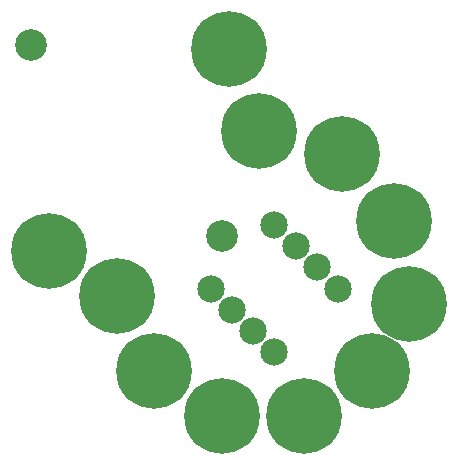
<source format=gts>
G04 #@! TF.FileFunction,Soldermask,Top*
%FSLAX46Y46*%
G04 Gerber Fmt 4.6, Leading zero omitted, Abs format (unit mm)*
G04 Created by KiCad (PCBNEW 4.0.2+dfsg1-stable) date Wed 08 Aug 2018 06:44:04 PM EDT*
%MOMM*%
G01*
G04 APERTURE LIST*
%ADD10C,0.100000*%
%ADD11C,2.686000*%
%ADD12C,6.400000*%
%ADD13C,2.305000*%
G04 APERTURE END LIST*
D10*
D11*
X106371846Y-100021846D03*
X122536307Y-116186307D03*
D12*
X138430000Y-121920000D03*
X135255000Y-127635000D03*
X137160000Y-114935000D03*
X125730000Y-107315000D03*
X113665000Y-121285000D03*
X122555000Y-131445000D03*
X129540000Y-131445000D03*
D13*
X121611846Y-120650000D03*
X123407898Y-122446051D03*
X125203949Y-124242102D03*
X127000000Y-126038154D03*
X132388154Y-120650000D03*
X130592102Y-118853949D03*
X128796051Y-117057898D03*
X127000000Y-115261846D03*
D12*
X116840000Y-127635000D03*
X132715000Y-109220000D03*
X107900000Y-117460000D03*
X123190000Y-100330000D03*
M02*

</source>
